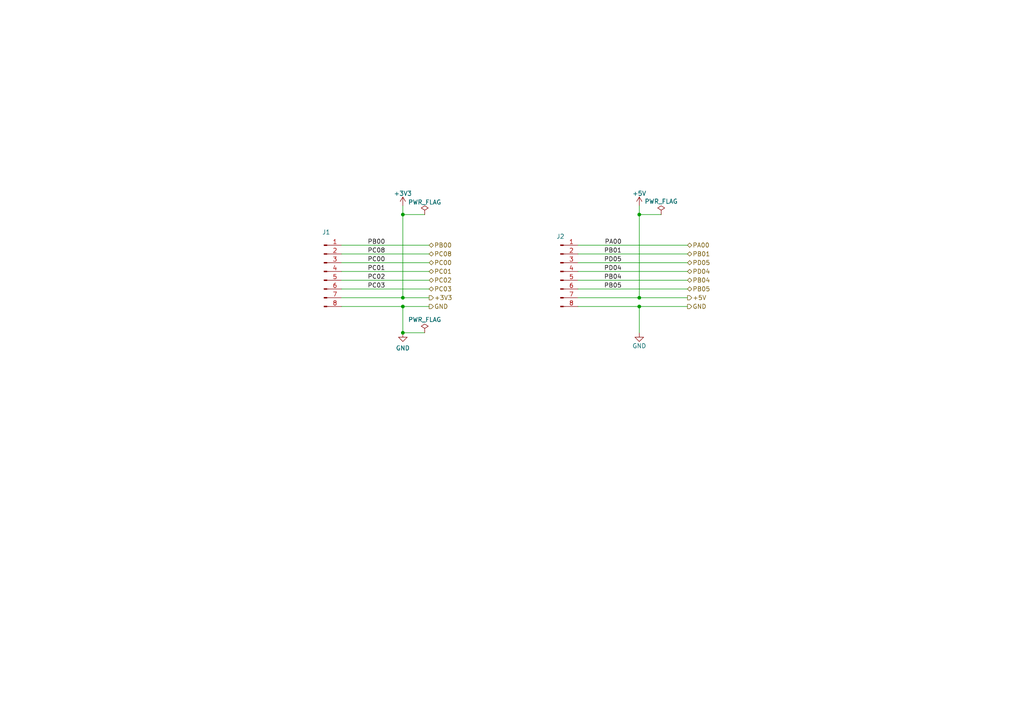
<source format=kicad_sch>
(kicad_sch (version 20211123) (generator eeschema)
  (paper "A4")
  (title_block (title "EFR32xG24 Explorer Kit") (date "2024-08-28") (rev "A"))
  (lib_symbols
    (symbol "Connector:Conn_01x08_Male" (pin_names (offset 1.016) hide)
      (property "Reference" "J" (at 0 10.16 0))
      (property "Value" "Conn_01x08_Male" (at 0 -12.7 0))
      (symbol "Conn_01x08_Male_1_1"
        (polyline (pts (xy 1.27 -10.16) (xy 0.8636 -10.16)) (stroke (width 0.1524)))
        (polyline (pts (xy 1.27 -7.62) (xy 0.8636 -7.62)) (stroke (width 0.1524)))
        (polyline (pts (xy 1.27 -5.08) (xy 0.8636 -5.08)) (stroke (width 0.1524)))
        (polyline (pts (xy 1.27 -2.54) (xy 0.8636 -2.54)) (stroke (width 0.1524)))
        (polyline (pts (xy 1.27 0) (xy 0.8636 0)) (stroke (width 0.1524)))
        (polyline (pts (xy 1.27 2.54) (xy 0.8636 2.54)) (stroke (width 0.1524)))
        (polyline (pts (xy 1.27 5.08) (xy 0.8636 5.08)) (stroke (width 0.1524)))
        (polyline (pts (xy 1.27 7.62) (xy 0.8636 7.62)) (stroke (width 0.1524)))
        (rectangle (start 0.8636 -10.033) (end 0 -10.287) (stroke (width 0.1524)) (fill (type outline)))
        (rectangle (start 0.8636 -7.493) (end 0 -7.747) (stroke (width 0.1524)) (fill (type outline)))
        (rectangle (start 0.8636 -4.953) (end 0 -5.207) (stroke (width 0.1524)) (fill (type outline)))
        (rectangle (start 0.8636 -2.413) (end 0 -2.667) (stroke (width 0.1524)) (fill (type outline)))
        (rectangle (start 0.8636 0.127) (end 0 -0.127) (stroke (width 0.1524)) (fill (type outline)))
        (rectangle (start 0.8636 2.667) (end 0 2.413) (stroke (width 0.1524)) (fill (type outline)))
        (rectangle (start 0.8636 5.207) (end 0 4.953) (stroke (width 0.1524)) (fill (type outline)))
        (rectangle (start 0.8636 7.747) (end 0 7.493) (stroke (width 0.1524)) (fill (type outline)))
        (pin passive line (at 5.08 7.62 180) (length 3.81) (name "Pin_1") (number "1"))
        (pin passive line (at 5.08 5.08 180) (length 3.81) (name "Pin_2") (number "2"))
        (pin passive line (at 5.08 2.54 180) (length 3.81) (name "Pin_3") (number "3"))
        (pin passive line (at 5.08 0 180) (length 3.81) (name "Pin_4") (number "4"))
        (pin passive line (at 5.08 -2.54 180) (length 3.81) (name "Pin_5") (number "5"))
        (pin passive line (at 5.08 -5.08 180) (length 3.81) (name "Pin_6") (number "6"))
        (pin passive line (at 5.08 -7.62 180) (length 3.81) (name "Pin_7") (number "7"))
        (pin passive line (at 5.08 -10.16 180) (length 3.81) (name "Pin_8") (number "8"))
      )
    )
    (symbol "power:+3V3" (power) (pin_names (offset 0))
      (property "Value" "+3V3" (at 0 3.556 0))
      (symbol "+3V3_0_1"
        (polyline (pts (xy -0.762 1.27) (xy 0 2.54)))
        (polyline (pts (xy 0 0) (xy 0 2.54)))
        (polyline (pts (xy 0 2.54) (xy 0.762 1.27)))
      )
      (symbol "+3V3_1_1"
        (pin power_in line (at 0 0 90) (length 0) hide (name "+3V3") (number "1"))
      )
    )
    (symbol "power:+5V" (power) (pin_names (offset 0))
      (property "Value" "+5V" (at 0 3.556 0))
      (symbol "+5V_0_1"
        (polyline (pts (xy -0.762 1.27) (xy 0 2.54)))
        (polyline (pts (xy 0 0) (xy 0 2.54)))
        (polyline (pts (xy 0 2.54) (xy 0.762 1.27)))
      )
      (symbol "+5V_1_1"
        (pin power_in line (at 0 0 90) (length 0) hide (name "+5V") (number "1"))
      )
    )
    (symbol "power:GND" (power) (pin_names (offset 0))
      (property "Value" "GND" (at 0 -3.81 0))
      (symbol "GND_0_1"
        (polyline (pts (xy 0 0) (xy 0 -1.27) (xy 1.27 -1.27) (xy 0 -2.54) (xy -1.27 -1.27) (xy 0 -1.27)))
      )
      (symbol "GND_1_1"
        (pin power_in line (at 0 0 270) (length 0) hide (name "GND") (number "1"))
      )
    )
    (symbol "power:PWR_FLAG" (power) (pin_numbers hide) (pin_names (offset 0) hide)
      (property "Value" "PWR_FLAG" (at 0 3.81 0))
      (symbol "PWR_FLAG_0_0"
        (pin power_out line (at 0 0 90) (length 0) (name "pwr") (number "1"))
      )
      (symbol "PWR_FLAG_0_1"
        (polyline (pts (xy 0 0) (xy 0 1.27) (xy -1.016 1.905) (xy 0 2.54) (xy 1.016 1.905) (xy 0 1.27)))
      )
    )
  )
  (junction (at 185.42 86.36))
  (junction (at 185.42 62.23))
  (junction (at 185.42 88.9))
  (junction (at 116.84 86.36))
  (junction (at 116.84 88.9))
  (junction (at 116.84 96.52))
  (junction (at 116.84 62.23))
  (wire (pts (xy 99.06 83.82) (xy 124.46 83.82)))
  (wire (pts (xy 185.42 62.23) (xy 185.42 59.69)))
  (wire (pts (xy 167.64 83.82) (xy 199.39 83.82)))
  (wire (pts (xy 167.64 73.66) (xy 199.39 73.66)))
  (wire (pts (xy 185.42 88.9) (xy 185.42 96.52)))
  (wire (pts (xy 185.42 86.36) (xy 185.42 62.23)))
  (wire (pts (xy 99.06 78.74) (xy 124.46 78.74)))
  (wire (pts (xy 99.06 73.66) (xy 124.46 73.66)))
  (wire (pts (xy 116.84 86.36) (xy 124.46 86.36)))
  (wire (pts (xy 167.64 78.74) (xy 199.39 78.74)))
  (wire (pts (xy 167.64 71.12) (xy 199.39 71.12)))
  (wire (pts (xy 167.64 86.36) (xy 185.42 86.36)))
  (wire (pts (xy 116.84 62.23) (xy 116.84 59.69)))
  (wire (pts (xy 167.64 81.28) (xy 199.39 81.28)))
  (wire (pts (xy 99.06 81.28) (xy 124.46 81.28)))
  (wire (pts (xy 99.06 71.12) (xy 124.46 71.12)))
  (wire (pts (xy 185.42 88.9) (xy 199.39 88.9)))
  (wire (pts (xy 167.64 76.2) (xy 199.39 76.2)))
  (wire (pts (xy 116.84 96.52) (xy 123.19 96.52)))
  (wire (pts (xy 116.84 88.9) (xy 116.84 96.52)))
  (wire (pts (xy 116.84 86.36) (xy 116.84 62.23)))
  (wire (pts (xy 116.84 88.9) (xy 124.46 88.9)))
  (wire (pts (xy 167.64 88.9) (xy 185.42 88.9)))
  (wire (pts (xy 99.06 88.9) (xy 116.84 88.9)))
  (wire (pts (xy 99.06 76.2) (xy 124.46 76.2)))
  (wire (pts (xy 116.84 62.23) (xy 123.19 62.23)))
  (wire (pts (xy 99.06 86.36) (xy 116.84 86.36)))
  (wire (pts (xy 185.42 62.23) (xy 191.77 62.23)))
  (wire (pts (xy 185.42 86.36) (xy 199.39 86.36)))
  (label "PB05" (at 180.34 83.82 180))
  (label "PB01" (at 180.34 73.66 180))
  (label "PC03" (at 111.76 83.82 180))
  (label "PD04" (at 180.34 78.74 180))
  (label "PD05" (at 180.34 76.2 180))
  (label "PB04" (at 180.34 81.28 180))
  (label "PA00" (at 180.34 71.12 180))
  (label "PC02" (at 111.76 81.28 180))
  (label "PC00" (at 111.76 76.2 180))
  (label "PC08" (at 111.76 73.66 180))
  (label "PB00" (at 111.76 71.12 180))
  (label "PC01" (at 111.76 78.74 180))
  (hierarchical_label "PC03" (shape bidirectional) (at 124.46 83.82 0))
  (hierarchical_label "+3V3" (shape output) (at 124.46 86.36 0))
  (hierarchical_label "PC08" (shape bidirectional) (at 124.46 73.66 0))
  (hierarchical_label "+5V" (shape output) (at 199.39 86.36 0))
  (hierarchical_label "PD05" (shape bidirectional) (at 199.39 76.2 0))
  (hierarchical_label "PB05" (shape bidirectional) (at 199.39 83.82 0))
  (hierarchical_label "PB00" (shape bidirectional) (at 124.46 71.12 0))
  (hierarchical_label "PC00" (shape bidirectional) (at 124.46 76.2 0))
  (hierarchical_label "PC02" (shape bidirectional) (at 124.46 81.28 0))
  (hierarchical_label "PC01" (shape bidirectional) (at 124.46 78.74 0))
  (hierarchical_label "PB01" (shape bidirectional) (at 199.39 73.66 0))
  (hierarchical_label "PA00" (shape bidirectional) (at 199.39 71.12 0))
  (hierarchical_label "PD04" (shape bidirectional) (at 199.39 78.74 0))
  (hierarchical_label "GND" (shape output) (at 199.39 88.9 0))
  (hierarchical_label "GND" (shape output) (at 124.46 88.9 0))
  (hierarchical_label "PB04" (shape bidirectional) (at 199.39 81.28 0))
  (symbol (lib_id "power:PWR_FLAG") (at 123.19 96.52 0) (unit 1)
    (property "Reference" "#FLG02" (effects hide))
    (property "Value" "PWR_FLAG" (at 123.19 92.71 0))
  )
  (symbol (lib_id "Connector:Conn_01x08_Male") (at 162.56 78.74 0) (unit 1)
    (property "Reference" "J2" (at 162.56 68.58 0))
    (property "Value" "Conn_01x08_Male" (effects hide))
    (property "Footprint" "Connector_PinHeader_2.54mm:PinHeader_1x08_P2.54mm_Vertical" (effects hide))
  )
  (symbol (lib_id "power:PWR_FLAG") (at 191.77 62.23 0) (unit 1)
    (property "Reference" "#FLG03" (effects hide))
    (property "Value" "PWR_FLAG" (at 191.77 58.42 0))
  )
  (symbol (lib_id "power:GND") (at 116.84 96.52 0) (unit 1)
    (property "Reference" "#PWR02" (effects hide))
    (property "Value" "GND" (at 116.84 100.9634 0))
  )
  (symbol (lib_id "Connector:Conn_01x08_Male") (at 93.98 78.74 0) (unit 1)
    (property "Reference" "J1" (at 94.615 67.344 0))
    (property "Value" "Conn_01x08_Male" (effects hide))
    (property "Footprint" "Connector_PinHeader_2.54mm:PinHeader_1x08_P2.54mm_Vertical" (effects hide))
  )
  (symbol (lib_id "power:PWR_FLAG") (at 123.19 62.23 0) (unit 1)
    (property "Reference" "#FLG01" (effects hide))
    (property "Value" "PWR_FLAG" (at 123.19 58.6542 0))
  )
  (symbol (lib_id "power:GND") (at 185.42 96.52 0) (unit 1)
    (property "Reference" "#PWR04" (effects hide))
    (property "Value" "GND" (at 185.42 100.33 0))
  )
  (symbol (lib_id "power:+3V3") (at 116.84 59.69 0) (unit 1)
    (property "Reference" "#PWR01" (effects hide))
    (property "Value" "+3V3" (at 116.84 56.1142 0))
  )
  (symbol (lib_id "power:+5V") (at 185.42 59.69 0) (unit 1)
    (property "Reference" "#PWR03" (effects hide))
    (property "Value" "+5V" (at 185.42 56.1142 0))
  )
)
</source>
